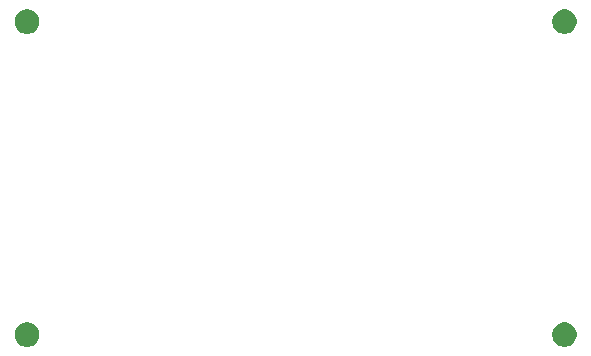
<source format=gbr>
G04 #@! TF.GenerationSoftware,KiCad,Pcbnew,5.1.5+dfsg1-2build2*
G04 #@! TF.CreationDate,2022-03-04T19:05:06-05:00*
G04 #@! TF.ProjectId,LED_PANEL_26x45mm,4c45445f-5041-44e4-954c-5f3236783435,rev?*
G04 #@! TF.SameCoordinates,Original*
G04 #@! TF.FileFunction,Soldermask,Bot*
G04 #@! TF.FilePolarity,Negative*
%FSLAX46Y46*%
G04 Gerber Fmt 4.6, Leading zero omitted, Abs format (unit mm)*
G04 Created by KiCad (PCBNEW 5.1.5+dfsg1-2build2) date 2022-03-04 19:05:06*
%MOMM*%
%LPD*%
G04 APERTURE LIST*
%ADD10C,0.100000*%
G04 APERTURE END LIST*
D10*
G36*
X98556416Y-78239879D02*
G01*
X98747592Y-78319067D01*
X98747594Y-78319068D01*
X98919648Y-78434031D01*
X99065969Y-78580352D01*
X99180933Y-78752408D01*
X99260121Y-78943584D01*
X99300490Y-79146534D01*
X99300490Y-79353466D01*
X99260121Y-79556416D01*
X99180933Y-79747592D01*
X99180932Y-79747594D01*
X99065969Y-79919648D01*
X98919648Y-80065969D01*
X98747594Y-80180932D01*
X98747593Y-80180933D01*
X98747592Y-80180933D01*
X98556416Y-80260121D01*
X98353466Y-80300490D01*
X98146534Y-80300490D01*
X97943584Y-80260121D01*
X97752408Y-80180933D01*
X97752407Y-80180933D01*
X97752406Y-80180932D01*
X97580352Y-80065969D01*
X97434031Y-79919648D01*
X97319068Y-79747594D01*
X97319067Y-79747592D01*
X97239879Y-79556416D01*
X97199510Y-79353466D01*
X97199510Y-79146534D01*
X97239879Y-78943584D01*
X97319067Y-78752408D01*
X97434031Y-78580352D01*
X97580352Y-78434031D01*
X97752406Y-78319068D01*
X97752408Y-78319067D01*
X97943584Y-78239879D01*
X98146534Y-78199510D01*
X98353466Y-78199510D01*
X98556416Y-78239879D01*
G37*
G36*
X53056416Y-78239879D02*
G01*
X53247592Y-78319067D01*
X53247594Y-78319068D01*
X53419648Y-78434031D01*
X53565969Y-78580352D01*
X53680933Y-78752408D01*
X53760121Y-78943584D01*
X53800490Y-79146534D01*
X53800490Y-79353466D01*
X53760121Y-79556416D01*
X53680933Y-79747592D01*
X53680932Y-79747594D01*
X53565969Y-79919648D01*
X53419648Y-80065969D01*
X53247594Y-80180932D01*
X53247593Y-80180933D01*
X53247592Y-80180933D01*
X53056416Y-80260121D01*
X52853466Y-80300490D01*
X52646534Y-80300490D01*
X52443584Y-80260121D01*
X52252408Y-80180933D01*
X52252407Y-80180933D01*
X52252406Y-80180932D01*
X52080352Y-80065969D01*
X51934031Y-79919648D01*
X51819068Y-79747594D01*
X51819067Y-79747592D01*
X51739879Y-79556416D01*
X51699510Y-79353466D01*
X51699510Y-79146534D01*
X51739879Y-78943584D01*
X51819067Y-78752408D01*
X51934031Y-78580352D01*
X52080352Y-78434031D01*
X52252406Y-78319068D01*
X52252408Y-78319067D01*
X52443584Y-78239879D01*
X52646534Y-78199510D01*
X52853466Y-78199510D01*
X53056416Y-78239879D01*
G37*
G36*
X98556416Y-51739879D02*
G01*
X98747592Y-51819067D01*
X98747594Y-51819068D01*
X98919648Y-51934031D01*
X99065969Y-52080352D01*
X99180933Y-52252408D01*
X99260121Y-52443584D01*
X99300490Y-52646534D01*
X99300490Y-52853466D01*
X99260121Y-53056416D01*
X99180933Y-53247592D01*
X99180932Y-53247594D01*
X99065969Y-53419648D01*
X98919648Y-53565969D01*
X98747594Y-53680932D01*
X98747593Y-53680933D01*
X98747592Y-53680933D01*
X98556416Y-53760121D01*
X98353466Y-53800490D01*
X98146534Y-53800490D01*
X97943584Y-53760121D01*
X97752408Y-53680933D01*
X97752407Y-53680933D01*
X97752406Y-53680932D01*
X97580352Y-53565969D01*
X97434031Y-53419648D01*
X97319068Y-53247594D01*
X97319067Y-53247592D01*
X97239879Y-53056416D01*
X97199510Y-52853466D01*
X97199510Y-52646534D01*
X97239879Y-52443584D01*
X97319067Y-52252408D01*
X97434031Y-52080352D01*
X97580352Y-51934031D01*
X97752406Y-51819068D01*
X97752408Y-51819067D01*
X97943584Y-51739879D01*
X98146534Y-51699510D01*
X98353466Y-51699510D01*
X98556416Y-51739879D01*
G37*
G36*
X53056416Y-51739879D02*
G01*
X53247592Y-51819067D01*
X53247594Y-51819068D01*
X53419648Y-51934031D01*
X53565969Y-52080352D01*
X53680933Y-52252408D01*
X53760121Y-52443584D01*
X53800490Y-52646534D01*
X53800490Y-52853466D01*
X53760121Y-53056416D01*
X53680933Y-53247592D01*
X53680932Y-53247594D01*
X53565969Y-53419648D01*
X53419648Y-53565969D01*
X53247594Y-53680932D01*
X53247593Y-53680933D01*
X53247592Y-53680933D01*
X53056416Y-53760121D01*
X52853466Y-53800490D01*
X52646534Y-53800490D01*
X52443584Y-53760121D01*
X52252408Y-53680933D01*
X52252407Y-53680933D01*
X52252406Y-53680932D01*
X52080352Y-53565969D01*
X51934031Y-53419648D01*
X51819068Y-53247594D01*
X51819067Y-53247592D01*
X51739879Y-53056416D01*
X51699510Y-52853466D01*
X51699510Y-52646534D01*
X51739879Y-52443584D01*
X51819067Y-52252408D01*
X51934031Y-52080352D01*
X52080352Y-51934031D01*
X52252406Y-51819068D01*
X52252408Y-51819067D01*
X52443584Y-51739879D01*
X52646534Y-51699510D01*
X52853466Y-51699510D01*
X53056416Y-51739879D01*
G37*
M02*

</source>
